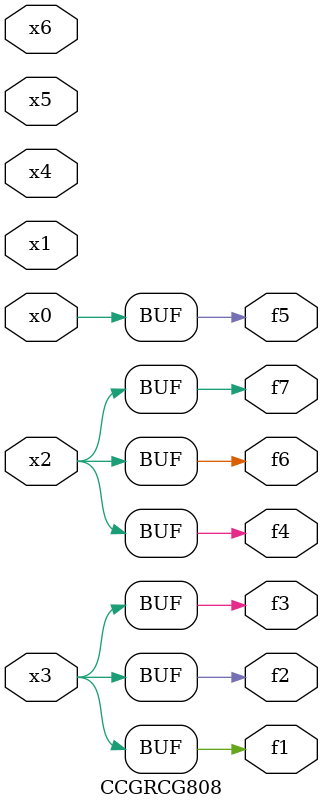
<source format=v>
module CCGRCG808(
	input x0, x1, x2, x3, x4, x5, x6,
	output f1, f2, f3, f4, f5, f6, f7
);
	assign f1 = x3;
	assign f2 = x3;
	assign f3 = x3;
	assign f4 = x2;
	assign f5 = x0;
	assign f6 = x2;
	assign f7 = x2;
endmodule

</source>
